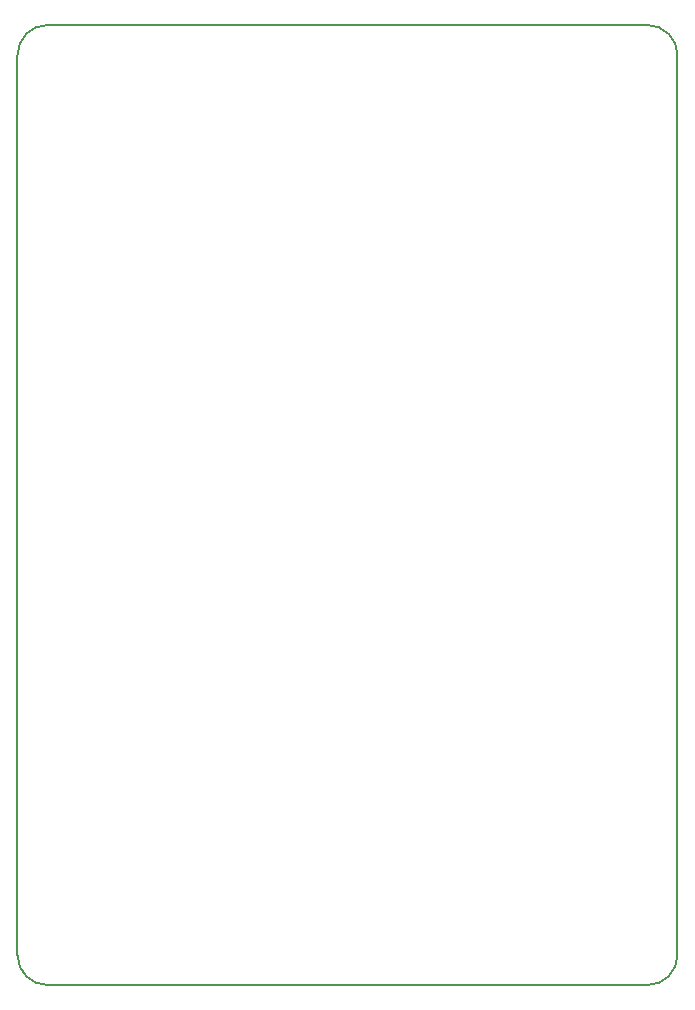
<source format=gm1>
G04 #@! TF.FileFunction,Profile,NP*
%FSLAX46Y46*%
G04 Gerber Fmt 4.6, Leading zero omitted, Abs format (unit mm)*
G04 Created by KiCad (PCBNEW 4.0.4-stable) date 04/11/18 12:19:16*
%MOMM*%
%LPD*%
G01*
G04 APERTURE LIST*
%ADD10C,0.100000*%
%ADD11C,0.150000*%
G04 APERTURE END LIST*
D10*
D11*
X91440000Y-165100000D02*
X142240000Y-165100000D01*
X88900000Y-86360000D02*
X88900000Y-162560000D01*
X142240000Y-83820000D02*
X91440000Y-83820000D01*
X144780000Y-162560000D02*
X144780000Y-86360000D01*
X144780000Y-86360000D02*
G75*
G03X142240000Y-83820000I-2540000J0D01*
G01*
X91440000Y-83820000D02*
G75*
G03X88900000Y-86360000I0J-2540000D01*
G01*
X88900000Y-162560000D02*
G75*
G03X91440000Y-165100000I2540000J0D01*
G01*
X142240000Y-165100000D02*
G75*
G03X144780000Y-162560000I0J2540000D01*
G01*
M02*

</source>
